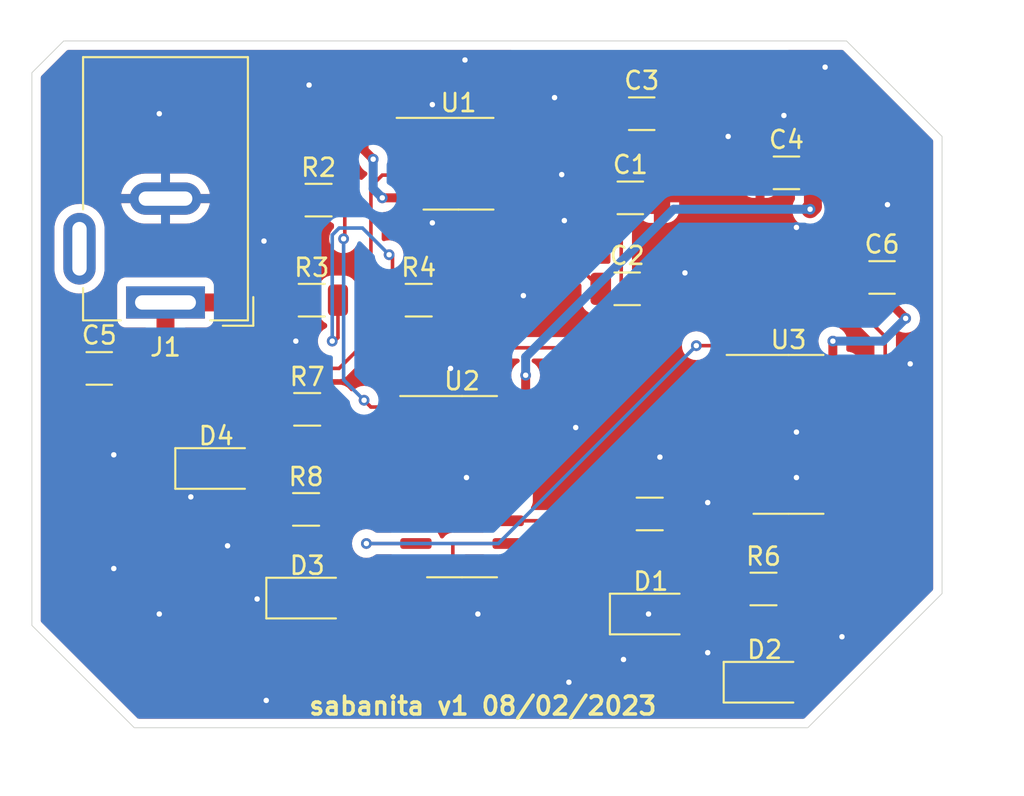
<source format=kicad_pcb>
(kicad_pcb (version 20221018) (generator pcbnew)
  (layers (0 "F.Cu" signal) (31 "B.Cu" signal) (34 "B.Paste" user) (35 "F.Paste" user) (36 "B.SilkS" user "B.Silkscreen") (37 "F.SilkS" user "F.Silkscreen") (38 "B.Mask" user) (39 "F.Mask" user) (44 "Edge.Cuts" user))
  (net 0 "")
  (net 1 "Net-(U1-CV)")
  (net 2 "GND")
  (net 3 "Net-(U1-THR)")
  (net 4 "Net-(D1-A)")
  (net 5 "Net-(D2-A)")
  (net 6 "Net-(D3-A)")
  (net 7 "Net-(D4-A)")
  (net 8 "Net-(U2-~{Mr})")
  (net 9 "Net-(U1-DIS)")
  (net 10 "Net-(U2-D0)")
  (net 11 "Net-(U2-Q2)")
  (net 12 "Net-(U2-D1)")
  (net 13 "Net-(U1-Q)")
  (net 14 "Net-(U2-D2)")
  (net 15 "Net-(U2-D3)")
  (net 18 "+5V")
  (footprint "Resistor_SMD:R_1206_3216Metric" (layer "F.Cu") (at 144.2105 98.552)
    (fp_text reference "R5" hide)
    (fp_text value "10k")
    (fp_line (start -0.727064 -0.91) (end 0.727064 -0.91) (stroke (width 0.12)) (layer "F.SilkS"))
    (fp_line (start -0.727064 0.91) (end 0.727064 0.91) (stroke (width 0.12)) (layer "F.SilkS"))
    (pad "1" smd roundrect (at -1.4625 0) (size 1.125 1.75) (layers "F.Cu" "F.Paste" "F.Mask") (roundrect_rratio 0.222222) (net 10 "Net-(U2-D0)"))
    (pad "2" smd roundrect (at 1.4625 0) (size 1.125 1.75) (layers "F.Cu" "F.Paste" "F.Mask") (roundrect_rratio 0.222222) (net 4 "Net-(D1-A)"))
  )
  (footprint "Resistor_SMD:R_1206_3216Metric" (layer "F.Cu") (at 131.318 86.614)
    (fp_text reference "R4" (at 0 -1.82) (layer "F.SilkS"))
    (fp_text value "1M")
    (fp_line (start -0.727064 -0.91) (end 0.727064 -0.91) (stroke (width 0.12)) (layer "F.SilkS"))
    (fp_line (start -0.727064 0.91) (end 0.727064 0.91) (stroke (width 0.12)) (layer "F.SilkS"))
    (pad "1" smd roundrect (at -1.4625 0) (size 1.125 1.75) (layers "F.Cu" "F.Paste" "F.Mask") (roundrect_rratio 0.222222) (net 9 "Net-(U1-DIS)"))
    (pad "2" smd roundrect (at 1.4625 0) (size 1.125 1.75) (layers "F.Cu" "F.Paste" "F.Mask") (roundrect_rratio 0.222222) (net 3 "Net-(U1-THR)"))
  )
  (footprint "Capacitor_SMD:C_1206_3216Metric_Pad1.33x1.80mm_HandSolder" (layer "F.Cu") (at 143.129 80.899)
    (fp_text reference "C1" (at 0 -1.85) (layer "F.SilkS"))
    (fp_text value "10n")
    (fp_line (start -0.711252 -0.91) (end 0.711252 -0.91) (stroke (width 0.12)) (layer "F.SilkS"))
    (fp_line (start -0.711252 0.91) (end 0.711252 0.91) (stroke (width 0.12)) (layer "F.SilkS"))
    (pad "1" smd roundrect (at -1.5625 0) (size 1.325 1.8) (layers "F.Cu" "F.Paste" "F.Mask") (roundrect_rratio 0.188679) (net 1 "Net-(U1-CV)"))
    (pad "2" smd roundrect (at 1.5625 0) (size 1.325 1.8) (layers "F.Cu" "F.Paste" "F.Mask") (roundrect_rratio 0.188679) (net 2 "GND"))
  )
  (footprint "Capacitor_SMD:C_1206_3216Metric" (layer "F.Cu") (at 157.177 85.344)
    (fp_text reference "C6" (at 0 -1.85) (layer "F.SilkS"))
    (fp_text value "100n")
    (fp_line (start -0.711252 -0.91) (end 0.711252 -0.91) (stroke (width 0.12)) (layer "F.SilkS"))
    (fp_line (start -0.711252 0.91) (end 0.711252 0.91) (stroke (width 0.12)) (layer "F.SilkS"))
    (pad "1" smd roundrect (at -1.475 0) (size 1.15 1.8) (layers "F.Cu" "F.Paste" "F.Mask") (roundrect_rratio 0.217391) (net 18 "+5V"))
    (pad "2" smd roundrect (at 1.475 0) (size 1.15 1.8) (layers "F.Cu" "F.Paste" "F.Mask") (roundrect_rratio 0.217391) (net 2 "GND"))
  )
  (footprint "Connector_BarrelJack:BarrelJack_Wuerth_6941xx301002" (layer "F.Cu") (at 117.186 86.741 180)
    (fp_text reference "J1" (at 0 -2.5) (layer "F.SilkS"))
    (fp_text value "Barrel_Jack")
    (fp_line (start -4.9 -1.3) (end -4.9 0.3) (stroke (width 0.12)) (layer "F.SilkS"))
    (fp_line (start -4.6 -1) (end -2.5 -1) (stroke (width 0.12)) (layer "F.SilkS"))
    (fp_line (start -4.6 13.7) (end -4.6 -1) (stroke (width 0.12)) (layer "F.SilkS"))
    (fp_line (start -3.2 -1.3) (end -4.9 -1.3) (stroke (width 0.12)) (layer "F.SilkS"))
    (fp_line (start 2.5 -1) (end 4.6 -1) (stroke (width 0.12)) (layer "F.SilkS"))
    (fp_line (start 4.6 -1) (end 4.6 0.8) (stroke (width 0.12)) (layer "F.SilkS"))
    (fp_line (start 4.6 5.2) (end 4.6 13.7) (stroke (width 0.12)) (layer "F.SilkS"))
    (fp_line (start 4.6 13.7) (end -4.6 13.7) (stroke (width 0.12)) (layer "F.SilkS"))
    (pad "1" thru_hole rect (at 0 0 180) (size 4.4 1.8) (drill oval 3.4 0.8) (layers "*.Cu" "*.Mask") (net 18 "+5V"))
    (pad "2" thru_hole oval (at 0 5.8 180) (size 4 1.8) (drill oval 3 0.8) (layers "*.Cu" "*.Mask") (net 2 "GND"))
    (pad "3" thru_hole oval (at 4.8 3 270) (size 4 1.8) (drill oval 3 0.8) (layers "*.Cu" "*.Mask"))
  )
  (footprint "Diode_SMD:D_1206_3216Metric" (layer "F.Cu") (at 150.625 107.95)
    (fp_text reference "D2" (at 0 -1.82) (layer "F.SilkS"))
    (fp_text value "red")
    (fp_line (start -2.285 -1.135) (end -2.285 1.135) (stroke (width 0.12)) (layer "F.SilkS"))
    (fp_line (start -2.285 1.135) (end 1.6 1.135) (stroke (width 0.12)) (layer "F.SilkS"))
    (fp_line (start 1.6 -1.135) (end -2.285 -1.135) (stroke (width 0.12)) (layer "F.SilkS"))
    (pad "1" smd roundrect (at -1.4 0) (size 1.25 1.75) (layers "F.Cu" "F.Paste" "F.Mask") (roundrect_rratio 0.2) (net 2 "GND"))
    (pad "2" smd roundrect (at 1.4 0) (size 1.25 1.75) (layers "F.Cu" "F.Paste" "F.Mask") (roundrect_rratio 0.2) (net 5 "Net-(D2-A)"))
  )
  (footprint "Diode_SMD:D_1206_3216Metric" (layer "F.Cu") (at 144.275 104.14)
    (fp_text reference "D1" (at 0 -1.82) (layer "F.SilkS"))
    (fp_text value "red")
    (fp_line (start -2.285 -1.135) (end -2.285 1.135) (stroke (width 0.12)) (layer "F.SilkS"))
    (fp_line (start -2.285 1.135) (end 1.6 1.135) (stroke (width 0.12)) (layer "F.SilkS"))
    (fp_line (start 1.6 -1.135) (end -2.285 -1.135) (stroke (width 0.12)) (layer "F.SilkS"))
    (pad "1" smd roundrect (at -1.4 0) (size 1.25 1.75) (layers "F.Cu" "F.Paste" "F.Mask") (roundrect_rratio 0.2) (net 2 "GND"))
    (pad "2" smd roundrect (at 1.4 0) (size 1.25 1.75) (layers "F.Cu" "F.Paste" "F.Mask") (roundrect_rratio 0.2) (net 4 "Net-(D1-A)"))
  )
  (footprint "Resistor_SMD:R_1206_3216Metric" (layer "F.Cu") (at 125.349 86.614)
    (fp_text reference "R3" (at 0 -1.82) (layer "F.SilkS"))
    (fp_text value "1M")
    (fp_line (start -0.727064 -0.91) (end 0.727064 -0.91) (stroke (width 0.12)) (layer "F.SilkS"))
    (fp_line (start -0.727064 0.91) (end 0.727064 0.91) (stroke (width 0.12)) (layer "F.SilkS"))
    (pad "1" smd roundrect (at -1.4625 0) (size 1.125 1.75) (layers "F.Cu" "F.Paste" "F.Mask") (roundrect_rratio 0.222222) (net 18 "+5V"))
    (pad "2" smd roundrect (at 1.4625 0) (size 1.125 1.75) (layers "F.Cu" "F.Paste" "F.Mask") (roundrect_rratio 0.222222) (net 9 "Net-(U1-DIS)"))
  )
  (footprint "Capacitor_SMD:C_1206_3216Metric" (layer "F.Cu") (at 142.953 85.979)
    (fp_text reference "C2" (at 0 -1.85) (layer "F.SilkS"))
    (fp_text value "1.5n")
    (fp_line (start -0.711252 -0.91) (end 0.711252 -0.91) (stroke (width 0.12)) (layer "F.SilkS"))
    (fp_line (start -0.711252 0.91) (end 0.711252 0.91) (stroke (width 0.12)) (layer "F.SilkS"))
    (pad "1" smd roundrect (at -1.475 0) (size 1.15 1.8) (layers "F.Cu" "F.Paste" "F.Mask") (roundrect_rratio 0.217391) (net 3 "Net-(U1-THR)"))
    (pad "2" smd roundrect (at 1.475 0) (size 1.15 1.8) (layers "F.Cu" "F.Paste" "F.Mask") (roundrect_rratio 0.217391) (net 2 "GND"))
  )
  (footprint "Resistor_SMD:R_1206_3216Metric" (layer "F.Cu") (at 125.0335 98.298)
    (fp_text reference "R8" (at 0 -1.82) (layer "F.SilkS"))
    (fp_text value "10k")
    (fp_line (start -0.727064 -0.91) (end 0.727064 -0.91) (stroke (width 0.12)) (layer "F.SilkS"))
    (fp_line (start -0.727064 0.91) (end 0.727064 0.91) (stroke (width 0.12)) (layer "F.SilkS"))
    (pad "1" smd roundrect (at -1.4625 0) (size 1.125 1.75) (layers "F.Cu" "F.Paste" "F.Mask") (roundrect_rratio 0.222222) (net 14 "Net-(U2-D2)"))
    (pad "2" smd roundrect (at 1.4625 0) (size 1.125 1.75) (layers "F.Cu" "F.Paste" "F.Mask") (roundrect_rratio 0.222222) (net 6 "Net-(D3-A)"))
  )
  (footprint "Capacitor_SMD:C_1206_3216Metric" (layer "F.Cu") (at 143.764 76.2)
    (fp_text reference "C3" (at 0 -1.85) (layer "F.SilkS"))
    (fp_text value "100n")
    (fp_line (start -0.711252 -0.91) (end 0.711252 -0.91) (stroke (width 0.12)) (layer "F.SilkS"))
    (fp_line (start -0.711252 0.91) (end 0.711252 0.91) (stroke (width 0.12)) (layer "F.SilkS"))
    (pad "1" smd roundrect (at -1.475 0) (size 1.15 1.8) (layers "F.Cu" "F.Paste" "F.Mask") (roundrect_rratio 0.217391) (net 18 "+5V"))
    (pad "2" smd roundrect (at 1.475 0) (size 1.15 1.8) (layers "F.Cu" "F.Paste" "F.Mask") (roundrect_rratio 0.217391) (net 2 "GND"))
  )
  (footprint "Package_SO:SO-16_3.9x9.9mm_P1.27mm" (layer "F.Cu") (at 133.737 97.028)
    (fp_text reference "U2" (at 0 -5.9) (layer "F.SilkS"))
    (fp_text value "74LS174")
    (fp_line (start 0 -5.06) (end -3.45 -5.06) (stroke (width 0.12)) (layer "F.SilkS"))
    (fp_line (start 0 -5.06) (end 1.95 -5.06) (stroke (width 0.12)) (layer "F.SilkS"))
    (fp_line (start 0 5.06) (end -1.95 5.06) (stroke (width 0.12)) (layer "F.SilkS"))
    (fp_line (start 0 5.06) (end 1.95 5.06) (stroke (width 0.12)) (layer "F.SilkS"))
    (pad "1" smd roundrect (at -2.575 -4.445) (size 1.75 0.6) (layers "F.Cu" "F.Paste" "F.Mask") (net 8 "Net-(U2-~{Mr})"))
    (pad "2" smd roundrect (at -2.575 -3.175) (size 1.75 0.6) (layers "F.Cu" "F.Paste" "F.Mask") (net 12 "Net-(U2-D1)"))
    (pad "3" smd roundrect (at -2.575 -1.905) (size 1.75 0.6) (layers "F.Cu" "F.Paste" "F.Mask") (net 10 "Net-(U2-D0)"))
    (pad "4" smd roundrect (at -2.575 -0.635) (size 1.75 0.6) (layers "F.Cu" "F.Paste" "F.Mask") (net 12 "Net-(U2-D1)"))
    (pad "5" smd roundrect (at -2.575 0.635) (size 1.75 0.6) (layers "F.Cu" "F.Paste" "F.Mask") (net 14 "Net-(U2-D2)"))
    (pad "6" smd roundrect (at -2.575 1.905) (size 1.75 0.6) (layers "F.Cu" "F.Paste" "F.Mask") (net 14 "Net-(U2-D2)"))
    (pad "7" smd roundrect (at -2.575 3.175) (size 1.75 0.6) (layers "F.Cu" "F.Paste" "F.Mask") (net 11 "Net-(U2-Q2)"))
    (pad "8" smd roundrect (at -2.575 4.445) (size 1.75 0.6) (layers "F.Cu" "F.Paste" "F.Mask") (net 2 "GND"))
    (pad "9" smd roundrect (at 2.575 4.445) (size 1.75 0.6) (layers "F.Cu" "F.Paste" "F.Mask") (net 13 "Net-(U1-Q)"))
    (pad "10" smd roundrect (at 2.575 3.175) (size 1.75 0.6) (layers "F.Cu" "F.Paste" "F.Mask") (net 10 "Net-(U2-D0)"))
    (pad "11" smd roundrect (at 2.575 1.905) (size 1.75 0.6) (layers "F.Cu" "F.Paste" "F.Mask") (net 15 "Net-(U2-D3)"))
    (pad "12" smd roundrect (at 2.575 0.635) (size 1.75 0.6) (layers "F.Cu" "F.Paste" "F.Mask"))
    (pad "13" smd roundrect (at 2.575 -0.635) (size 1.75 0.6) (layers "F.Cu" "F.Paste" "F.Mask") (net 2 "GND"))
    (pad "14" smd roundrect (at 2.575 -1.905) (size 1.75 0.6) (layers "F.Cu" "F.Paste" "F.Mask") (net 2 "GND"))
    (pad "15" smd roundrect (at 2.575 -3.175) (size 1.75 0.6) (layers "F.Cu" "F.Paste" "F.Mask"))
    (pad "16" smd roundrect (at 2.575 -4.445) (size 1.75 0.6) (layers "F.Cu" "F.Paste" "F.Mask") (net 18 "+5V"))
  )
  (footprint "Resistor_SMD:R_1206_3216Metric" (layer "F.Cu") (at 150.5605 102.743)
    (fp_text reference "R6" (at 0 -1.82) (layer "F.SilkS"))
    (fp_text value "10k")
    (fp_line (start -0.727064 -0.91) (end 0.727064 -0.91) (stroke (width 0.12)) (layer "F.SilkS"))
    (fp_line (start -0.727064 0.91) (end 0.727064 0.91) (stroke (width 0.12)) (layer "F.SilkS"))
    (pad "1" smd roundrect (at -1.4625 0) (size 1.125 1.75) (layers "F.Cu" "F.Paste" "F.Mask") (roundrect_rratio 0.222222) (net 11 "Net-(U2-Q2)"))
    (pad "2" smd roundrect (at 1.4625 0) (size 1.125 1.75) (layers "F.Cu" "F.Paste" "F.Mask") (roundrect_rratio 0.222222) (net 5 "Net-(D2-A)"))
  )
  (footprint "Package_SO:SOIC-14_3.9x8.7mm_P1.27mm" (layer "F.Cu") (at 151.957 94.107)
    (fp_text reference "U3" (at 0 -5.28) (layer "F.SilkS"))
    (fp_text value "74HC86")
    (fp_line (start 0 -4.435) (end -3.45 -4.435) (stroke (width 0.12)) (layer "F.SilkS"))
    (fp_line (start 0 -4.435) (end 1.95 -4.435) (stroke (width 0.12)) (layer "F.SilkS"))
    (fp_line (start 0 4.435) (end -1.95 4.435) (stroke (width 0.12)) (layer "F.SilkS"))
    (fp_line (start 0 4.435) (end 1.95 4.435) (stroke (width 0.12)) (layer "F.SilkS"))
    (pad "1" smd roundrect (at -2.475 -3.81) (size 1.95 0.6) (layers "F.Cu" "F.Paste" "F.Mask") (net 11 "Net-(U2-Q2)"))
    (pad "2" smd roundrect (at -2.475 -2.54) (size 1.95 0.6) (layers "F.Cu" "F.Paste" "F.Mask") (net 10 "Net-(U2-D0)"))
    (pad "3" smd roundrect (at -2.475 -1.27) (size 1.95 0.6) (layers "F.Cu" "F.Paste" "F.Mask") (net 15 "Net-(U2-D3)"))
    (pad "4" smd roundrect (at -2.475 0) (size 1.95 0.6) (layers "F.Cu" "F.Paste" "F.Mask") (net 2 "GND"))
    (pad "5" smd roundrect (at -2.475 1.27) (size 1.95 0.6) (layers "F.Cu" "F.Paste" "F.Mask") (net 2 "GND"))
    (pad "6" smd roundrect (at -2.475 2.54) (size 1.95 0.6) (layers "F.Cu" "F.Paste" "F.Mask"))
    (pad "7" smd roundrect (at -2.475 3.81) (size 1.95 0.6) (layers "F.Cu" "F.Paste" "F.Mask") (net 2 "GND"))
    (pad "8" smd roundrect (at 2.475 3.81) (size 1.95 0.6) (layers "F.Cu" "F.Paste" "F.Mask"))
    (pad "9" smd roundrect (at 2.475 2.54) (size 1.95 0.6) (layers "F.Cu" "F.Paste" "F.Mask") (net 2 "GND"))
    (pad "10" smd roundrect (at 2.475 1.27) (size 1.95 0.6) (layers "F.Cu" "F.Paste" "F.Mask") (net 2 "GND"))
    (pad "11" smd roundrect (at 2.475 0) (size 1.95 0.6) (layers "F.Cu" "F.Paste" "F.Mask"))
    (pad "12" smd roundrect (at 2.475 -1.27) (size 1.95 0.6) (layers "F.Cu" "F.Paste" "F.Mask") (net 2 "GND"))
    (pad "13" smd roundrect (at 2.475 -2.54) (size 1.95 0.6) (layers "F.Cu" "F.Paste" "F.Mask") (net 2 "GND"))
    (pad "14" smd roundrect (at 2.475 -3.81) (size 1.95 0.6) (layers "F.Cu" "F.Paste" "F.Mask") (net 18 "+5V"))
  )
  (footprint "Capacitor_SMD:C_1206_3216Metric" (layer "F.Cu") (at 113.489 90.424)
    (fp_text reference "C5" (at 0 -1.85) (layer "F.SilkS"))
    (fp_text value "10u")
    (fp_line (start -0.711252 -0.91) (end 0.711252 -0.91) (stroke (width 0.12)) (layer "F.SilkS"))
    (fp_line (start -0.711252 0.91) (end 0.711252 0.91) (stroke (width 0.12)) (layer "F.SilkS"))
    (pad "1" smd roundrect (at -1.475 0) (size 1.15 1.8) (layers "F.Cu" "F.Paste" "F.Mask") (roundrect_rratio 0.217391) (net 2 "GND"))
    (pad "2" smd roundrect (at 1.475 0) (size 1.15 1.8) (layers "F.Cu" "F.Paste" "F.Mask") (roundrect_rratio 0.217391) (net 18 "+5V"))
  )
  (footprint "Diode_SMD:D_1206_3216Metric" (layer "F.Cu") (at 120.018 96.012)
    (fp_text reference "D4" (at 0 -1.82) (layer "F.SilkS"))
    (fp_text value "red")
    (fp_line (start -2.285 -1.135) (end -2.285 1.135) (stroke (width 0.12)) (layer "F.SilkS"))
    (fp_line (start -2.285 1.135) (end 1.6 1.135) (stroke (width 0.12)) (layer "F.SilkS"))
    (fp_line (start 1.6 -1.135) (end -2.285 -1.135) (stroke (width 0.12)) (layer "F.SilkS"))
    (pad "1" smd roundrect (at -1.4 0) (size 1.25 1.75) (layers "F.Cu" "F.Paste" "F.Mask") (roundrect_rratio 0.2) (net 2 "GND"))
    (pad "2" smd roundrect (at 1.4 0) (size 1.25 1.75) (layers "F.Cu" "F.Paste" "F.Mask") (roundrect_rratio 0.2) (net 7 "Net-(D4-A)"))
  )
  (footprint "Package_SO:SOIC-8_3.9x4.9mm_P1.27mm" (layer "F.Cu") (at 133.539 78.994)
    (fp_text reference "U1" (at 0 -3.4) (layer "F.SilkS"))
    (fp_text value "NE555D")
    (fp_line (start 0 -2.56) (end -3.45 -2.56) (stroke (width 0.12)) (layer "F.SilkS"))
    (fp_line (start 0 -2.56) (end 1.95 -2.56) (stroke (width 0.12)) (layer "F.SilkS"))
    (fp_line (start 0 2.56) (end -1.95 2.56) (stroke (width 0.12)) (layer "F.SilkS"))
    (fp_line (start 0 2.56) (end 1.95 2.56) (stroke (width 0.12)) (layer "F.SilkS"))
    (pad "1" smd roundrect (at -2.475 -1.905) (size 1.95 0.6) (layers "F.Cu" "F.Paste" "F.Mask") (net 2 "GND"))
    (pad "2" smd roundrect (at -2.475 -0.635) (size 1.95 0.6) (layers "F.Cu" "F.Paste" "F.Mask") (net 3 "Net-(U1-THR)"))
    (pad "3" smd roundrect (at -2.475 0.635) (size 1.95 0.6) (layers "F.Cu" "F.Paste" "F.Mask") (net 13 "Net-(U1-Q)"))
    (pad "4" smd roundrect (at -2.475 1.905) (size 1.95 0.6) (layers "F.Cu" "F.Paste" "F.Mask") (net 18 "+5V"))
    (pad "5" smd roundrect (at 2.475 1.905) (size 1.95 0.6) (layers "F.Cu" "F.Paste" "F.Mask") (net 1 "Net-(U1-CV)"))
    (pad "6" smd roundrect (at 2.475 0.635) (size 1.95 0.6) (layers "F.Cu" "F.Paste" "F.Mask") (net 3 "Net-(U1-THR)"))
    (pad "7" smd roundrect (at 2.475 -0.635) (size 1.95 0.6) (layers "F.Cu" "F.Paste" "F.Mask") (net 9 "Net-(U1-DIS)"))
    (pad "8" smd roundrect (at 2.475 -1.905) (size 1.95 0.6) (layers "F.Cu" "F.Paste" "F.Mask") (net 18 "+5V"))
  )
  (footprint "Resistor_SMD:R_1206_3216Metric" (layer "F.Cu") (at 125.095 92.71)
    (fp_text reference "R7" (at 0 -1.82) (layer "F.SilkS"))
    (fp_text value "10k")
    (fp_line (start -0.727064 -0.91) (end 0.727064 -0.91) (stroke (width 0.12)) (layer "F.SilkS"))
    (fp_line (start -0.727064 0.91) (end 0.727064 0.91) (stroke (width 0.12)) (layer "F.SilkS"))
    (pad "1" smd roundrect (at -1.4625 0) (size 1.125 1.75) (layers "F.Cu" "F.Paste" "F.Mask") (roundrect_rratio 0.222222) (net 7 "Net-(D4-A)"))
    (pad "2" smd roundrect (at 1.4625 0) (size 1.125 1.75) (layers "F.Cu" "F.Paste" "F.Mask") (roundrect_rratio 0.222222) (net 12 "Net-(U2-D1)"))
  )
  (footprint "Capacitor_SMD:C_1206_3216Metric" (layer "F.Cu") (at 151.843 79.502)
    (fp_text reference "C4" (at 0 -1.85) (layer "F.SilkS"))
    (fp_text value "100n")
    (fp_line (start -0.711252 -0.91) (end 0.711252 -0.91) (stroke (width 0.12)) (layer "F.SilkS"))
    (fp_line (start -0.711252 0.91) (end 0.711252 0.91) (stroke (width 0.12)) (layer "F.SilkS"))
    (pad "1" smd roundrect (at -1.475 0) (size 1.15 1.8) (layers "F.Cu" "F.Paste" "F.Mask") (roundrect_rratio 0.217391) (net 2 "GND"))
    (pad "2" smd roundrect (at 1.475 0) (size 1.15 1.8) (layers "F.Cu" "F.Paste" "F.Mask") (roundrect_rratio 0.217391) (net 18 "+5V"))
  )
  (footprint "Resistor_SMD:R_1206_3216Metric" (layer "F.Cu") (at 125.73 81.026)
    (fp_text reference "R2" (at 0 -1.82) (layer "F.SilkS"))
    (fp_text value "10k")
    (fp_line (start -0.727064 -0.91) (end 0.727064 -0.91) (stroke (width 0.12)) (layer "F.SilkS"))
    (fp_line (start -0.727064 0.91) (end 0.727064 0.91) (stroke (width 0.12)) (layer "F.SilkS"))
    (pad "1" smd roundrect (at -1.4625 0) (size 1.125 1.75) (layers "F.Cu" "F.Paste" "F.Mask") (roundrect_rratio 0.222222) (net 18 "+5V"))
    (pad "2" smd roundrect (at 1.4625 0) (size 1.125 1.75) (layers "F.Cu" "F.Paste" "F.Mask") (roundrect_rratio 0.222222) (net 8 "Net-(U2-~{Mr})"))
  )
  (footprint "Diode_SMD:D_1206_3216Metric" (layer "F.Cu") (at 125.098 103.251)
    (fp_text reference "D3" (at 0 -1.82) (layer "F.SilkS"))
    (fp_text value "red")
    (fp_line (start -2.285 -1.135) (end -2.285 1.135) (stroke (width 0.12)) (layer "F.SilkS"))
    (fp_line (start -2.285 1.135) (end 1.6 1.135) (stroke (width 0.12)) (layer "F.SilkS"))
    (fp_line (start 1.6 -1.135) (end -2.285 -1.135) (stroke (width 0.12)) (layer "F.SilkS"))
    (pad "1" smd roundrect (at -1.4 0) (size 1.25 1.75) (layers "F.Cu" "F.Paste" "F.Mask") (roundrect_rratio 0.2) (net 2 "GND"))
    (pad "2" smd roundrect (at 1.4 0) (size 1.25 1.75) (layers "F.Cu" "F.Paste" "F.Mask") (roundrect_rratio 0.2) (net 6 "Net-(D3-A)"))
  )
  (gr_poly (pts (xy 155.194 72.136) (xy 160.528 77.47) (xy 160.528 102.997) (xy 153.035 110.49) (xy 115.443 110.49) (xy 109.728 104.775) (xy 109.728 73.914) (xy 111.506 72.136)) (stroke (width 0.05)) (fill none) (layer "Edge.Cuts"))
  (gr_text "sabanita v1 08/02/2023" (at 125.095 109.855) (layer "F.SilkS") (effects (font (size 1 1) (thickness 0.2) bold) (justify left bottom)))
  (segment (start 141.5665 80.899) (end 136.014 80.899) (width 0.2) (layer "F.Cu") (net 1))
  (via (at 125.2 74.6) (size 0.6) (drill 0.3) (layers "F.Cu" "B.Cu") (net 2))
  (via (at 138.9 75.3) (size 0.6) (drill 0.3) (layers "F.Cu" "B.Cu") (net 2))
  (via (at 147.447 97.917) (size 0.6) (drill 0.3) (layers "F.Cu" "B.Cu") (net 2))
  (via (at 122.682 83.312) (size 0.6) (drill 0.3) (layers "F.Cu" "B.Cu") (net 2))
  (via (at 139.7 107.95) (size 0.6) (drill 0.3) (layers "F.Cu" "B.Cu") (net 2))
  (via (at 139.446 82.169) (size 0.6) (drill 0.3) (layers "F.Cu" "B.Cu") (net 2))
  (via (at 133.096 90.424) (size 0.6) (drill 0.3) (layers "F.Cu" "B.Cu") (net 2))
  (via (at 132.08 75.692) (size 0.6) (drill 0.3) (layers "F.Cu" "B.Cu") (net 2))
  (via (at 116.84 76.2) (size 0.6) (drill 0.3) (layers "F.Cu" "B.Cu") (net 2))
  (via (at 142.748 106.68) (size 0.6) (drill 0.3) (layers "F.Cu" "B.Cu") (net 2))
  (via (at 120.65 100.33) (size 0.6) (drill 0.3) (layers "F.Cu" "B.Cu") (net 2))
  (via (at 154 73.6) (size 0.6) (drill 0.3) (layers "F.Cu" "B.Cu") (net 2))
  (via (at 152.4 93.98) (size 0.6) (drill 0.3) (layers "F.Cu" "B.Cu") (net 2))
  (via (at 114.3 95.25) (size 0.6) (drill 0.3) (layers "F.Cu" "B.Cu") (net 2))
  (via (at 134.62 104.14) (size 0.6) (drill 0.3) (layers "F.Cu" "B.Cu") (net 2))
  (via (at 144.78 95.377) (size 0.6) (drill 0.3) (layers "F.Cu" "B.Cu") (net 2))
  (via (at 158.75 90.17) (size 0.6) (drill 0.3) (layers "F.Cu" "B.Cu") (net 2))
  (via (at 118.6 97.6) (size 0.6) (drill 0.3) (layers "F.Cu" "B.Cu") (net 2))
  (via (at 157.48 81.28) (size 0.6) (drill 0.3) (layers "F.Cu" "B.Cu") (net 2))
  (via (at 116.84 104.14) (size 0.6) (drill 0.3) (layers "F.Cu" "B.Cu") (net 2))
  (via (at 137.16 86.36) (size 0.6) (drill 0.3) (layers "F.Cu" "B.Cu") (net 2))
  (via (at 114.3 101.6) (size 0.6) (drill 0.3) (layers "F.Cu" "B.Cu") (net 2))
  (via (at 124.46 88.9) (size 0.6) (drill 0.3) (layers "F.Cu" "B.Cu") (net 2))
  (via (at 133.985 96.52) (size 0.6) (drill 0.3) (layers "F.Cu" "B.Cu") (net 2))
  (via (at 147.447 106.299) (size 0.6) (drill 0.3) (layers "F.Cu" "B.Cu") (net 2))
  (via (at 140.081 93.726) (size 0.6) (drill 0.3) (layers "F.Cu" "B.Cu") (net 2))
  (via (at 132.08 82.296) (size 0.6) (drill 0.3) (layers "F.Cu" "B.Cu") (net 2))
  (via (at 154.94 105.41) (size 0.6) (drill 0.3) (layers "F.Cu" "B.Cu") (net 2))
  (via (at 122.3 103.3) (size 0.6) (drill 0.3) (layers "F.Cu" "B.Cu") (net 2))
  (via (at 139.3 79.6) (size 0.6) (drill 0.3) (layers "F.Cu" "B.Cu") (net 2))
  (via (at 151.7 76.3) (size 0.6) (drill 0.3) (layers "F.Cu" "B.Cu") (net 2))
  (via (at 122.809 108.966) (size 0.6) (drill 0.3) (layers "F.Cu" "B.Cu") (net 2))
  (via (at 133.9 73.2) (size 0.6) (drill 0.3) (layers "F.Cu" "B.Cu") (net 2))
  (via (at 152.4 96.52) (size 0.6) (drill 0.3) (layers "F.Cu" "B.Cu") (net 2))
  (via (at 144.145 104.14) (size 0.6) (drill 0.3) (layers "F.Cu" "B.Cu") (net 2))
  (via (at 148.59 77.47) (size 0.6) (drill 0.3) (layers "F.Cu" "B.Cu") (net 2))
  (via (at 146.177 85.09) (size 0.6) (drill 0.3) (layers "F.Cu" "B.Cu") (net 2))
  (via (at 152.4 82.55) (size 0.6) (drill 0.3) (layers "F.Cu" "B.Cu") (net 2))
  (segment (start 132.969 80.645) (end 132.969 86.4255) (width 0.2) (layer "F.Cu") (net 3))
  (segment (start 133.985 82.804) (end 133.985 80.645) (width 0.2) (layer "F.Cu") (net 3))
  (segment (start 138.303 82.804) (end 133.985 82.804) (width 0.2) (layer "F.Cu") (net 3))
  (segment (start 141.478 85.979) (end 138.303 82.804) (width 0.2) (layer "F.Cu") (net 3))
  (segment (start 135.001 79.629) (end 136.014 79.629) (width 0.2) (layer "F.Cu") (net 3))
  (segment (start 136.014 79.629) (end 133.985 79.629) (width 0.2) (layer "F.Cu") (net 3))
  (segment (start 131.664 78.959) (end 135.344 78.959) (width 0.2) (layer "F.Cu") (net 3))
  (segment (start 131.064 78.359) (end 131.664 78.959) (width 0.2) (layer "F.Cu") (net 3))
  (segment (start 133.985 79.629) (end 132.969 80.645) (width 0.2) (layer "F.Cu") (net 3))
  (segment (start 133.985 80.645) (end 135.001 79.629) (width 0.2) (layer "F.Cu") (net 3))
  (segment (start 135.344 78.959) (end 136.014 79.629) (width 0.2) (layer "F.Cu") (net 3))
  (segment (start 145.675 98.554) (end 145.675 104.14) (width 0.2) (layer "F.Cu") (net 4))
  (segment (start 152.023 102.743) (end 152.023 107.948) (width 0.2) (layer "F.Cu") (net 5))
  (segment (start 126.498 103.251) (end 126.498 98.3) (width 0.2) (layer "F.Cu") (net 6))
  (segment (start 123.6325 92.71) (end 122.428 92.71) (width 0.2) (layer "F.Cu") (net 7))
  (segment (start 122.428 92.71) (end 121.412 93.726) (width 0.2) (layer "F.Cu") (net 7))
  (segment (start 121.412 93.726) (end 121.412 96.006) (width 0.2) (layer "F.Cu") (net 7))
  (segment (start 127.127 83.185) (end 127.254 83.058) (width 0.2) (layer "F.Cu") (net 8))
  (segment (start 128.651 92.583) (end 131.162 92.583) (width 0.2) (layer "F.Cu") (net 8))
  (segment (start 127.1925 82.9965) (end 127.127 83.185) (width 0.2) (layer "F.Cu") (net 8))
  (segment (start 128.27 92.202) (end 128.651 92.583) (width 0.2) (layer "F.Cu") (net 8))
  (segment (start 127.1925 81.026) (end 127.1925 82.9965) (width 0.2) (layer "F.Cu") (net 8))
  (via (at 128.27 92.202) (size 0.6) (drill 0.3) (layers "F.Cu" "B.Cu") (net 8))
  (via (at 127.127 83.185) (size 0.6) (drill 0.3) (layers "F.Cu" "B.Cu") (net 8))
  (segment (start 127.127 83.185) (end 127.127 91.059) (width 0.2) (layer "B.Cu") (net 8))
  (segment (start 127.127 91.059) (end 128.27 92.202) (width 0.2) (layer "B.Cu") (net 8))
  (segment (start 142.621 80.113183) (end 142.621 86.588817) (width 0.2) (layer "F.Cu") (net 9))
  (segment (start 136.014 78.359) (end 140.866817 78.359) (width 0.2) (layer "F.Cu") (net 9))
  (segment (start 140.866817 78.359) (end 142.621 80.113183) (width 0.2) (layer "F.Cu") (net 9))
  (segment (start 142.621 86.588817) (end 139.936632 89.273185) (width 0.2) (layer "F.Cu") (net 9))
  (segment (start 129.8555 84.1355) (end 129.667 84.074) (width 0.2) (layer "F.Cu") (net 9))
  (segment (start 129.8555 86.614) (end 129.8555 84.1355) (width 0.2) (layer "F.Cu") (net 9))
  (segment (start 126.492 88.9) (end 126.746 88.773) (width 0.2) (layer "F.Cu") (net 9))
  (segment (start 139.936632 89.273185) (end 132.514685 89.273185) (width 0.2) (layer "F.Cu") (net 9))
  (segment (start 126.8115 88.7075) (end 126.492 88.9) (width 0.2) (layer "F.Cu") (net 9))
  (segment (start 126.8115 86.614) (end 126.8115 88.7075) (width 0.2) (layer "F.Cu") (net 9))
  (segment (start 129.667 84.074) (end 129.794 84.074) (width 0.2) (layer "F.Cu") (net 9))
  (segment (start 132.514685 89.273185) (end 129.8555 86.614) (width 0.2) (layer "F.Cu") (net 9))
  (via (at 126.492 88.9) (size 0.6) (drill 0.3) (layers "F.Cu" "B.Cu") (net 9))
  (via (at 129.667 84.074) (size 0.6) (drill 0.3) (layers "F.Cu" "B.Cu") (net 9))
  (segment (start 128.178 82.585) (end 126.878471 82.585) (width 0.2) (layer "B.Cu") (net 9))
  (segment (start 129.667 84.074) (end 128.178 82.585) (width 0.2) (layer "B.Cu") (net 9))
  (segment (start 126.878471 82.585) (end 126.492 82.971471) (width 0.2) (layer "B.Cu") (net 9))
  (segment (start 126.492 82.971471) (end 126.492 88.9) (width 0.2) (layer "B.Cu") (net 9))
  (segment (start 146.082183 109.125) (end 141.9225 104.965317) (width 0.2) (layer "F.Cu") (net 10))
  (segment (start 142.748 98.552) (end 141.097 100.203) (width 0.2) (layer "F.Cu") (net 10))
  (segment (start 151.1 92.1) (end 151.1 98.9) (width 0.2) (layer "F.Cu") (net 10))
  (segment (start 136.070604 100.203) (end 136.312 100.203) (width 0.2) (layer "F.Cu") (net 10))
  (segment (start 141.097 100.203) (end 133.223 100.203) (width 0.2) (layer "F.Cu") (net 10))
  (segment (start 150.567 91.567) (end 151.1 92.1) (width 0.2) (layer "F.Cu") (net 10))
  (segment (start 125.1 92.967817) (end 127.255183 95.123) (width 0.2) (layer "F.Cu") (net 10))
  (segment (start 117.475 94.234) (end 120.396 91.313) (width 0.2) (layer "F.Cu") (net 10))
  (segment (start 125.1 91.953) (end 125.1 92.967817) (width 0.2) (layer "F.Cu") (net 10))
  (segment (start 149.823396 91.567) (end 150.567 91.567) (width 0.2) (layer "F.Cu") (net 10))
  (segment (start 128.651 105.975686) (end 128.651 106.426) (width 0.2) (layer "F.Cu") (net 10))
  (segment (start 150.15 108.802817) (end 149.827817 109.125) (width 0.2) (layer "F.Cu") (net 10))
  (segment (start 150.15 107.097183) (end 150.15 108.802817) (width 0.2) (layer "F.Cu") (net 10))
  (segment (start 128.651 106.426) (end 121.92 106.426) (width 0.2) (layer "F.Cu") (net 10))
  (segment (start 148.153396 105.100579) (end 150.15 107.097183) (width 0.2) (layer "F.Cu") (net 10))
  (segment (start 127.255183 95.123) (end 130.837 95.123) (width 0.2) (layer "F.Cu") (net 10))
  (segment (start 121.92 106.426) (end 121.793 106.553) (width 0.2) (layer "F.Cu") (net 10))
  (segment (start 148.153396 101.846604) (end 148.153396 105.100579) (width 0.2) (layer "F.Cu") (net 10))
  (segment (start 149.827817 109.125) (end 146.082183 109.125) (width 0.2) (layer "F.Cu") (net 10))
  (segment (start 133.223 100.203) (end 133.223 101.403686) (width 0.2) (layer "F.Cu") (net 10))
  (segment (start 141.9225 104.965317) (end 141.9225 99.3775) (width 0.2) (layer "F.Cu") (net 10))
  (segment (start 124.46 91.313) (end 125.1 91.953) (width 0.2) (layer "F.Cu") (net 10))
  (segment (start 121.793 106.553) (end 117.475 102.235) (width 0.2) (layer "F.Cu") (net 10))
  (segment (start 151.1 98.9) (end 148.153396 101.846604) (width 0.2) (layer "F.Cu") (net 10))
  (segment (start 133.223 101.403686) (end 128.651 105.975686) (width 0.2) (layer "F.Cu") (net 10))
  (segment (start 117.475 102.235) (end 117.475 94.234) (width 0.2) (layer "F.Cu") (net 10))
  (segment (start 120.396 91.313) (end 124.46 91.313) (width 0.2) (layer "F.Cu") (net 10))
  (segment (start 141.9225 99.3775) (end 142.748 98.552) (width 0.2) (layer "F.Cu") (net 10))
  (segment (start 148.339 89.154) (end 149.482 90.297) (width 0.2) (layer "F.Cu") (net 11))
  (segment (start 149.225 88.7095) (end 149.225 90.04) (width 0.2) (layer "F.Cu") (net 11))
  (segment (start 150.5585 87.376) (end 149.225 88.7095) (width 0.2) (layer "F.Cu") (net 11))
  (segment (start 146.812 89.154) (end 148.339 89.154) (width 0.2) (layer "F.Cu") (net 11))
  (segment (start 150.316 100.584) (end 155.956 100.584) (width 0.2) (layer "F.Cu") (net 11))
  (segment (start 149.098 102.743) (end 149.098 101.802) (width 0.2) (layer "F.Cu") (net 11))
  (segment (start 155.956 100.584) (end 157.353 99.187) (width 0.2) (layer "F.Cu") (net 11))
  (segment (start 128.397 100.203) (end 131.162 100.203) (width 0.2) (layer "F.Cu") (net 11))
  (segment (start 149.225 90.04) (end 149.482 90.297) (width 0.2) (layer "F.Cu") (net 11))
  (segment (start 156.083 87.376) (end 150.5585 87.376) (width 0.2) (layer "F.Cu") (net 11))
  (segment (start 157.353 88.646) (end 156.083 87.376) (width 0.2) (layer "F.Cu") (net 11))
  (segment (start 149.098 101.802) (end 150.316 100.584) (width 0.2) (layer "F.Cu") (net 11))
  (segment (start 157.353 99.187) (end 157.353 88.646) (width 0.2) (layer "F.Cu") (net 11))
  (via (at 146.812 89.154) (size 0.6) (drill 0.3) (layers "F.Cu" "B.Cu") (net 11))
  (via (at 128.397 100.203) (size 0.6) (drill 0.3) (layers "F.Cu" "B.Cu") (net 11))
  (segment (start 135.763 100.203) (end 146.812 89.154) (width 0.2) (layer "B.Cu") (net 11))
  (segment (start 128.397 100.203) (end 135.763 100.203) (width 0.2) (layer "B.Cu") (net 11))
  (segment (start 126.9575 92.544315) (end 128.266185 93.853) (width 0.2) (layer "F.Cu") (net 12))
  (segment (start 132.337 95.459396) (end 131.403396 96.393) (width 0.2) (layer "F.Cu") (net 12))
  (segment (start 131.403396 96.393) (end 131.162 96.393) (width 0.2) (layer "F.Cu") (net 12))
  (segment (start 132.337 94.786604) (end 132.337 95.459396) (width 0.2) (layer "F.Cu") (net 12))
  (segment (start 128.266185 93.853) (end 131.162 93.853) (width 0.2) (layer "F.Cu") (net 12))
  (segment (start 131.162 93.853) (end 131.403396 93.853) (width 0.2) (layer "F.Cu") (net 12))
  (segment (start 131.403396 93.853) (end 132.337 94.786604) (width 0.2) (layer "F.Cu") (net 12))
  (segment (start 136.271 107.823) (end 140.335 103.759) (width 0.2) (layer "F.Cu") (net 13))
  (segment (start 118.364 90.424) (end 116.205 92.583) (width 0.2) (layer "F.Cu") (net 13))
  (segment (start 131.064 79.629) (end 129.286 79.629) (width 0.2) (layer "F.Cu") (net 13))
  (segment (start 140.335 102.489) (end 139.573 101.727) (width 0.2) (layer "F.Cu") (net 13))
  (segment (start 128.651 88.646) (end 126.873 90.424) (width 0.2) (layer "F.Cu") (net 13))
  (segment (start 126.873 90.424) (end 118.364 90.424) (width 0.2) (layer "F.Cu") (net 13))
  (segment (start 128.651 80.264) (end 128.651 88.646) (width 0.2) (layer "F.Cu") (net 13))
  (segment (start 139.573 101.727) (end 139.319 101.727) (width 0.2) (layer "F.Cu") (net 13))
  (segment (start 118.364 107.823) (end 136.271 107.823) (width 0.2) (layer "F.Cu") (net 13))
  (segment (start 139.065 101.473) (end 136.312 101.473) (width 0.2) (layer "F.Cu") (net 13))
  (segment (start 129.286 79.629) (end 128.651 80.264) (width 0.2) (layer "F.Cu") (net 13))
  (segment (start 140.335 103.759) (end 140.335 102.489) (width 0.2) (layer "F.Cu") (net 13))
  (segment (start 139.319 101.727) (end 139.065 101.473) (width 0.2) (layer "F.Cu") (net 13))
  (segment (start 116.205 92.583) (end 116.205 105.664) (width 0.2) (layer "F.Cu") (net 13))
  (segment (start 116.205 105.664) (end 118.364 107.823) (width 0.2) (layer "F.Cu") (net 13))
  (segment (start 131.162 97.663) (end 131.162 98.933) (width 0.2) (layer "F.Cu") (net 14))
  (segment (start 123.853843 98.580843) (end 125.371686 97.063) (width 0.2) (layer "F.Cu") (net 14))
  (segment (start 125.371686 97.063) (end 130.562 97.063) (width 0.2) (layer "F.Cu") (net 14))
  (segment (start 130.562 97.063) (end 131.162 97.663) (width 0.2) (layer "F.Cu") (net 14))
  (segment (start 138.967 98.933) (end 136.312 98.933) (width 0.2) (layer "F.Cu") (net 15))
  (segment (start 149.482 92.837) (end 145.063 92.837) (width 0.2) (layer "F.Cu") (net 15))
  (segment (start 145.063 92.837) (end 138.967 98.933) (width 0.2) (layer "F.Cu") (net 15))
  (segment (start 157.692 86.826) (end 155.956 86.826) (width 0.5) (layer "F.Cu") (net 18))
  (segment (start 123.7595 86.741) (end 123.8865 86.614) (width 1) (layer "F.Cu") (net 18))
  (segment (start 155.956 86.826) (end 155.956 85.598) (width 0.5) (layer "F.Cu") (net 18))
  (segment (start 158.496 87.63) (end 157.692 86.826) (width 0.5) (layer "F.Cu") (net 18))
  (segment (start 155.7 85.342) (end 155.702 85.344) (width 1) (layer "F.Cu") (net 18))
  (segment (start 124.2675 83.7325) (end 124.2675 81.026) (width 1) (layer "F.Cu") (net 18))
  (segment (start 137.579 73.241) (end 135.89 74.93) (width 1) (layer "F.Cu") (net 18))
  (segment (start 129.27 74.692) (end 135.652 74.692) (width 1) (layer "F.Cu") (net 18))
  (segment (start 128.778 78.74) (end 128.27 78.232) (width 0.5) (layer "F.Cu") (net 18))
  (segment (start 117.186 86.741) (end 123.7595 86.741) (width 1) (layer "F.Cu") (net 18))
  (segment (start 116.586 90.424) (end 117.186 89.824) (width 1) (layer "F.Cu") (net 18))
  (segment (start 153.318 79.502) (end 153.3 79.484) (width 1) (layer "F.Cu") (net 18))
  (segment (start 114.964 90.424) (end 116.586 90.424) (width 1) (layer "F.Cu") (net 18))
  (segment (start 131.064 80.899) (end 129.286 80.899) (width 0.5) (layer "F.Cu") (net 18))
  (segment (start 128.778 75.184) (end 129.27 74.692) (width 1) (layer "F.Cu") (net 18))
  (segment (start 124.2675 81.026) (end 124.2675 79.6945) (width 1) (layer "F.Cu") (net 18))
  (segment (start 136.014 77.089) (end 140.561 77.089) (width 0.5) (layer "F.Cu") (net 18))
  (segment (start 135.89 74.93) (end 135.89 76.965) (width 0.5) (layer "F.Cu") (net 18))
  (segment (start 140.561 77.089) (end 141.45 76.2) (width 0.5) (layer "F.Cu") (net 18))
  (segment (start 153.318 79.502) (end 153.318 81.378) (width 1) (layer "F.Cu") (net 18))
  (segment (start 128.27 78.232) (end 128.27 75.692) (width 0.5) (layer "F.Cu") (net 18))
  (segment (start 150.855214 73.241) (end 137.579 73.241) (width 1) (layer "F.Cu") (net 18))
  (segment (start 124.2675 79.6945) (end 128.27 75.692) (width 1) (layer "F.Cu") (net 18))
  (segment (start 135.652 74.692) (end 135.89 74.93) (width 1) (layer "F.Cu") (net 18))
  (segment (start 153.318 79.502) (end 154.402 79.502) (width 1) (layer "F.Cu") (net 18))
  (segment (start 128.27 75.692) (end 128.778 75.184) (width 1) (layer "F.Cu") (net 18))
  (segment (start 123.8865 84.1135) (end 124.2675 83.7325) (width 1) (layer "F.Cu") (net 18))
  (segment (start 154.432 88.9) (end 154.432 90.297) (width 0.5) (layer "F.Cu") (net 18))
  (segment (start 141.45 76.2) (end 142.289 76.2) (width 0.5) (layer "F.Cu") (net 18))
  (segment (start 117.186 89.824) (end 117.186 86.741) (width 1) (layer "F.Cu") (net 18))
  (segment (start 154.402 79.502) (end 155.7 80.8) (width 1) (layer "F.Cu") (net 18))
  (segment (start 155.956 85.598) (end 155.702 85.344) (width 0.5) (layer "F.Cu") (net 18))
  (segment (start 153.3 75.685786) (end 150.855214 73.241) (width 1) (layer "F.Cu") (net 18))
  (segment (start 153.3 79.484) (end 153.3 75.685786) (width 1) (layer "F.Cu") (net 18))
  (segment (start 135.89 76.965) (end 136.014 77.089) (width 0.5) (layer "F.Cu") (net 18))
  (segment (start 153.318 81.378) (end 153.162 81.534) (width 1) (layer "F.Cu") (net 18))
  (segment (start 137.287 90.805) (end 137.287 92.583) (width 0.5) (layer "F.Cu") (net 18))
  (segment (start 155.7 80.8) (end 155.7 85.342) (width 1) (layer "F.Cu") (net 18))
  (segment (start 123.8865 86.614) (end 123.8865 84.1135) (width 1) (layer "F.Cu") (net 18))
  (via (at 129.286 80.899) (size 0.6) (drill 0.3) (layers "F.Cu" "B.Cu") (net 18))
  (via (at 137.287 90.805) (size 0.6) (drill 0.3) (layers "F.Cu" "B.Cu") (net 18))
  (via (at 128.778 78.74) (size 0.6) (drill 0.3) (layers "F.Cu" "B.Cu") (net 18))
  (via (at 153.162 81.534) (size 0.6) (drill 0.3) (layers "F.Cu" "B.Cu") (net 18))
  (via (at 154.432 88.9) (size 0.6) (drill 0.3) (layers "F.Cu" "B.Cu") (net 18))
  (via (at 158.496 87.63) (size 0.6) (drill 0.3) (layers "F.Cu" "B.Cu") (net 18))
  (segment (start 158.496 87.63) (end 157.226 88.9) (width 0.5) (layer "B.Cu") (net 18))
  (segment (start 153.162 81.534) (end 145.542 81.534) (width 0.5) (layer "B.Cu") (net 18))
  (segment (start 157.226 88.9) (end 154.432 88.9) (width 0.5) (layer "B.Cu") (net 18))
  (segment (start 128.778 80.391) (end 129.286 80.899) (width 0.5) (layer "B.Cu") (net 18))
  (segment (start 128.778 78.74) (end 128.778 80.391) (width 0.5) (layer "B.Cu") (net 18))
  (segment (start 137.287 89.789) (end 137.287 90.805) (width 0.5) (layer "B.Cu") (net 18))
  (segment (start 145.542 81.534) (end 137.287 89.789) (width 0.5) (layer "B.Cu") (net 18))
  (zone (net 2) (net_name "GND") (layers "F&B.Cu") (connect_pads (clearance 0.5)) (min_thickness 0.25) (fill yes (thermal_gap 0.5) (thermal_bridge_width 0.5))
    (polygon (pts (xy 107.95 69.85) (xy 107.95 114.3) (xy 165.1 114.3) (xy 165.1 69.85)))
  )
)
</source>
